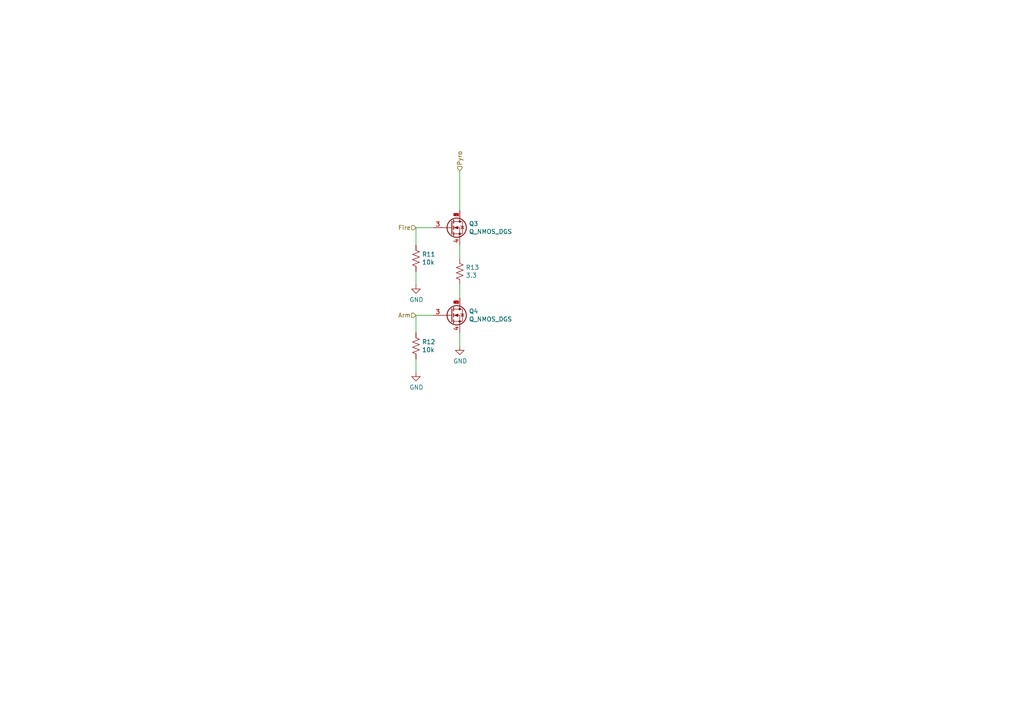
<source format=kicad_sch>
(kicad_sch (version 20211123) (generator eeschema)

  (uuid f6a5c856-f2b5-40eb-a958-b666a0d408a0)

  (paper "A4")

  (lib_symbols
    (symbol "Device:R_US" (pin_numbers hide) (pin_names (offset 0)) (in_bom yes) (on_board yes)
      (property "Reference" "R" (id 0) (at 2.54 0 90)
        (effects (font (size 1.27 1.27)))
      )
      (property "Value" "Device_R_US" (id 1) (at -2.54 0 90)
        (effects (font (size 1.27 1.27)))
      )
      (property "Footprint" "" (id 2) (at 1.016 -0.254 90)
        (effects (font (size 1.27 1.27)) hide)
      )
      (property "Datasheet" "" (id 3) (at 0 0 0)
        (effects (font (size 1.27 1.27)) hide)
      )
      (property "ki_fp_filters" "R_*" (id 4) (at 0 0 0)
        (effects (font (size 1.27 1.27)) hide)
      )
      (symbol "R_US_0_1"
        (polyline
          (pts
            (xy 0 -2.286)
            (xy 0 -2.54)
          )
          (stroke (width 0) (type default) (color 0 0 0 0))
          (fill (type none))
        )
        (polyline
          (pts
            (xy 0 2.286)
            (xy 0 2.54)
          )
          (stroke (width 0) (type default) (color 0 0 0 0))
          (fill (type none))
        )
        (polyline
          (pts
            (xy 0 -0.762)
            (xy 1.016 -1.143)
            (xy 0 -1.524)
            (xy -1.016 -1.905)
            (xy 0 -2.286)
          )
          (stroke (width 0) (type default) (color 0 0 0 0))
          (fill (type none))
        )
        (polyline
          (pts
            (xy 0 0.762)
            (xy 1.016 0.381)
            (xy 0 0)
            (xy -1.016 -0.381)
            (xy 0 -0.762)
          )
          (stroke (width 0) (type default) (color 0 0 0 0))
          (fill (type none))
        )
        (polyline
          (pts
            (xy 0 2.286)
            (xy 1.016 1.905)
            (xy 0 1.524)
            (xy -1.016 1.143)
            (xy 0 0.762)
          )
          (stroke (width 0) (type default) (color 0 0 0 0))
          (fill (type none))
        )
      )
      (symbol "R_US_1_1"
        (pin passive line (at 0 3.81 270) (length 1.27)
          (name "~" (effects (font (size 1.27 1.27))))
          (number "1" (effects (font (size 1.27 1.27))))
        )
        (pin passive line (at 0 -3.81 90) (length 1.27)
          (name "~" (effects (font (size 1.27 1.27))))
          (number "2" (effects (font (size 1.27 1.27))))
        )
      )
    )
    (symbol "Nova-rescue:Q_NMOS_DGS-MOSFET" (pin_names (offset 0) hide) (in_bom yes) (on_board yes)
      (property "Reference" "Q" (id 0) (at 5.08 1.27 0)
        (effects (font (size 1.27 1.27)) (justify left))
      )
      (property "Value" "Nova-rescue_Q_NMOS_DGS-MOSFET" (id 1) (at 5.08 -1.27 0)
        (effects (font (size 1.27 1.27)) (justify left))
      )
      (property "Footprint" "" (id 2) (at 5.08 2.54 0)
        (effects (font (size 1.27 1.27)) hide)
      )
      (property "Datasheet" "" (id 3) (at 0 0 0)
        (effects (font (size 1.27 1.27)) hide)
      )
      (symbol "Q_NMOS_DGS-MOSFET_0_1"
        (polyline
          (pts
            (xy 0.254 0)
            (xy -2.54 0)
          )
          (stroke (width 0) (type default) (color 0 0 0 0))
          (fill (type none))
        )
        (polyline
          (pts
            (xy 0.254 1.905)
            (xy 0.254 -1.905)
          )
          (stroke (width 0.254) (type default) (color 0 0 0 0))
          (fill (type none))
        )
        (polyline
          (pts
            (xy 0.762 -1.27)
            (xy 0.762 -2.286)
          )
          (stroke (width 0.254) (type default) (color 0 0 0 0))
          (fill (type none))
        )
        (polyline
          (pts
            (xy 0.762 0.508)
            (xy 0.762 -0.508)
          )
          (stroke (width 0.254) (type default) (color 0 0 0 0))
          (fill (type none))
        )
        (polyline
          (pts
            (xy 0.762 2.286)
            (xy 0.762 1.27)
          )
          (stroke (width 0.254) (type default) (color 0 0 0 0))
          (fill (type none))
        )
        (polyline
          (pts
            (xy 2.54 2.54)
            (xy 2.54 1.778)
          )
          (stroke (width 0) (type default) (color 0 0 0 0))
          (fill (type none))
        )
        (polyline
          (pts
            (xy 2.54 -2.54)
            (xy 2.54 0)
            (xy 0.762 0)
          )
          (stroke (width 0) (type default) (color 0 0 0 0))
          (fill (type none))
        )
        (polyline
          (pts
            (xy 0.762 -1.778)
            (xy 3.302 -1.778)
            (xy 3.302 1.778)
            (xy 0.762 1.778)
          )
          (stroke (width 0) (type default) (color 0 0 0 0))
          (fill (type none))
        )
        (polyline
          (pts
            (xy 1.016 0)
            (xy 2.032 0.381)
            (xy 2.032 -0.381)
            (xy 1.016 0)
          )
          (stroke (width 0) (type default) (color 0 0 0 0))
          (fill (type outline))
        )
        (polyline
          (pts
            (xy 2.794 0.508)
            (xy 2.921 0.381)
            (xy 3.683 0.381)
            (xy 3.81 0.254)
          )
          (stroke (width 0) (type default) (color 0 0 0 0))
          (fill (type none))
        )
        (polyline
          (pts
            (xy 3.302 0.381)
            (xy 2.921 -0.254)
            (xy 3.683 -0.254)
            (xy 3.302 0.381)
          )
          (stroke (width 0) (type default) (color 0 0 0 0))
          (fill (type none))
        )
        (circle (center 1.651 0) (radius 2.794)
          (stroke (width 0.254) (type default) (color 0 0 0 0))
          (fill (type none))
        )
        (circle (center 2.54 -1.778) (radius 0.254)
          (stroke (width 0) (type default) (color 0 0 0 0))
          (fill (type outline))
        )
        (circle (center 2.54 1.778) (radius 0.254)
          (stroke (width 0) (type default) (color 0 0 0 0))
          (fill (type outline))
        )
      )
      (symbol "Q_NMOS_DGS-MOSFET_1_1"
        (pin passive line (at 2.54 5.08 270) (length 2.54)
          (name "D" (effects (font (size 1.27 1.27))))
          (number "1" (effects (font (size 1.27 1.27))))
        )
        (pin input line (at 2.54 5.08 270) (length 2.54)
          (name "~" (effects (font (size 1.27 1.27))))
          (number "2" (effects (font (size 1.27 1.27))))
        )
        (pin passive line (at -5.08 0 0) (length 2.54)
          (name "S" (effects (font (size 1.27 1.27))))
          (number "3" (effects (font (size 1.27 1.27))))
        )
        (pin input line (at 2.54 -5.08 90) (length 2.54)
          (name "~" (effects (font (size 1.27 1.27))))
          (number "4" (effects (font (size 1.27 1.27))))
        )
        (pin input line (at 2.54 5.08 270) (length 2.54)
          (name "~" (effects (font (size 1.27 1.27))))
          (number "5" (effects (font (size 1.27 1.27))))
        )
        (pin input line (at 2.54 5.08 270) (length 2.54)
          (name "~" (effects (font (size 1.27 1.27))))
          (number "6" (effects (font (size 1.27 1.27))))
        )
      )
    )
    (symbol "power:GND" (power) (pin_names (offset 0)) (in_bom yes) (on_board yes)
      (property "Reference" "#PWR" (id 0) (at 0 -6.35 0)
        (effects (font (size 1.27 1.27)) hide)
      )
      (property "Value" "power_GND" (id 1) (at 0 -3.81 0)
        (effects (font (size 1.27 1.27)))
      )
      (property "Footprint" "" (id 2) (at 0 0 0)
        (effects (font (size 1.27 1.27)) hide)
      )
      (property "Datasheet" "" (id 3) (at 0 0 0)
        (effects (font (size 1.27 1.27)) hide)
      )
      (symbol "GND_0_1"
        (polyline
          (pts
            (xy 0 0)
            (xy 0 -1.27)
            (xy 1.27 -1.27)
            (xy 0 -2.54)
            (xy -1.27 -1.27)
            (xy 0 -1.27)
          )
          (stroke (width 0) (type default) (color 0 0 0 0))
          (fill (type none))
        )
      )
      (symbol "GND_1_1"
        (pin power_in line (at 0 0 270) (length 0) hide
          (name "GND" (effects (font (size 1.27 1.27))))
          (number "1" (effects (font (size 1.27 1.27))))
        )
      )
    )
  )



  (wire (pts (xy 133.35 71.12) (xy 133.35 74.93))
    (stroke (width 0) (type default) (color 0 0 0 0))
    (uuid 08ec951f-e7eb-41cf-9589-697107a98e88)
  )
  (wire (pts (xy 120.65 78.74) (xy 120.65 82.55))
    (stroke (width 0) (type default) (color 0 0 0 0))
    (uuid 2a4111b7-8149-4814-9344-3b8119cd75e4)
  )
  (wire (pts (xy 133.35 82.55) (xy 133.35 86.36))
    (stroke (width 0) (type default) (color 0 0 0 0))
    (uuid 2eea20e6-112c-411a-b615-885ae773135a)
  )
  (wire (pts (xy 133.35 49.53) (xy 133.35 60.96))
    (stroke (width 0) (type default) (color 0 0 0 0))
    (uuid 49a65079-57a9-46fc-8711-1d7f2cab8dbf)
  )
  (wire (pts (xy 133.35 96.52) (xy 133.35 100.33))
    (stroke (width 0) (type default) (color 0 0 0 0))
    (uuid 4e677390-a246-4ca0-954c-746e0870f88f)
  )
  (wire (pts (xy 125.73 66.04) (xy 120.65 66.04))
    (stroke (width 0) (type default) (color 0 0 0 0))
    (uuid 66ca01b3-51ff-4294-9b77-4492e98f6aec)
  )
  (wire (pts (xy 125.73 91.44) (xy 120.65 91.44))
    (stroke (width 0) (type default) (color 0 0 0 0))
    (uuid 9fdca5c2-1fbd-4774-a9c3-8795a40c206d)
  )
  (wire (pts (xy 120.65 91.44) (xy 120.65 96.52))
    (stroke (width 0) (type default) (color 0 0 0 0))
    (uuid a0d52767-051a-423c-a600-928281f27952)
  )
  (wire (pts (xy 120.65 104.14) (xy 120.65 107.95))
    (stroke (width 0) (type default) (color 0 0 0 0))
    (uuid f674b8e7-203d-419e-988a-58e0f9ae4fad)
  )
  (wire (pts (xy 120.65 66.04) (xy 120.65 71.12))
    (stroke (width 0) (type default) (color 0 0 0 0))
    (uuid fb0bf2a0-d317-42f7-b022-b5e05481f6be)
  )

  (hierarchical_label "Pyro" (shape input) (at 133.35 49.53 90)
    (effects (font (size 1.27 1.27)) (justify left))
    (uuid 291935ec-f8ff-41f0-8717-e68b8af7b8c1)
  )
  (hierarchical_label "Fire" (shape input) (at 120.65 66.04 180)
    (effects (font (size 1.27 1.27)) (justify right))
    (uuid 35fb7c56-dc85-43f7-b954-81b8040a8500)
  )
  (hierarchical_label "Arm" (shape input) (at 120.65 91.44 180)
    (effects (font (size 1.27 1.27)) (justify right))
    (uuid 73ee7e03-97a8-4121-b568-c25f3934a935)
  )

  (symbol (lib_id "Nova-rescue:Q_NMOS_DGS-MOSFET") (at 130.81 66.04 0) (unit 1)
    (in_bom yes) (on_board yes)
    (uuid 00000000-0000-0000-0000-000061796f01)
    (property "Reference" "Q3" (id 0) (at 135.9916 64.8716 0)
      (effects (font (size 1.27 1.27)) (justify left))
    )
    (property "Value" "Q_NMOS_DGS" (id 1) (at 135.9916 67.183 0)
      (effects (font (size 1.27 1.27)) (justify left))
    )
    (property "Footprint" "Package_TO_SOT_SMD:SOT-23-6_Handsoldering" (id 2) (at 135.89 63.5 0)
      (effects (font (size 1.27 1.27)) hide)
    )
    (property "Datasheet" "~" (id 3) (at 130.81 66.04 0)
      (effects (font (size 1.27 1.27)) hide)
    )
    (pin "1" (uuid ad2d033c-4040-4813-b5da-82cf827f9d86))
    (pin "2" (uuid 33b48673-c959-4510-b6fa-fd3f7bdb00fd))
    (pin "3" (uuid c78d97f4-1d1b-46c3-bcbb-8424944a8978))
    (pin "4" (uuid 8e5a3783-142f-42f6-a215-d0f81a05c5c0))
    (pin "5" (uuid 1c57f8a5-0a6c-44cd-b514-5b9d5f8cc98b))
    (pin "6" (uuid b7013b78-ce5a-47df-9e6f-e993b6073985))
  )

  (symbol (lib_id "Nova-rescue:Q_NMOS_DGS-MOSFET") (at 130.81 91.44 0) (unit 1)
    (in_bom yes) (on_board yes)
    (uuid 00000000-0000-0000-0000-00006179828b)
    (property "Reference" "Q4" (id 0) (at 135.9916 90.2716 0)
      (effects (font (size 1.27 1.27)) (justify left))
    )
    (property "Value" "Q_NMOS_DGS" (id 1) (at 135.9916 92.583 0)
      (effects (font (size 1.27 1.27)) (justify left))
    )
    (property "Footprint" "Package_TO_SOT_SMD:SOT-23-6_Handsoldering" (id 2) (at 135.89 88.9 0)
      (effects (font (size 1.27 1.27)) hide)
    )
    (property "Datasheet" "~" (id 3) (at 130.81 91.44 0)
      (effects (font (size 1.27 1.27)) hide)
    )
    (pin "1" (uuid 4a56ac62-5ec2-46fc-a86c-9adf2d8fead1))
    (pin "2" (uuid 88a7e34c-57e7-48ce-a358-6866b2c01d90))
    (pin "3" (uuid 2b878984-ad62-40d5-87be-d30f465ae2b3))
    (pin "4" (uuid cce13a3b-854c-49ae-8b19-551eed5c4f96))
    (pin "5" (uuid f5a54919-b960-48fc-8517-e9e32dce0bf0))
    (pin "6" (uuid d22f8c08-7c7a-481b-96ff-cad6b4c95453))
  )

  (symbol (lib_id "Device:R_US") (at 133.35 78.74 0) (unit 1)
    (in_bom yes) (on_board yes)
    (uuid 00000000-0000-0000-0000-000061799fe2)
    (property "Reference" "R13" (id 0) (at 135.0772 77.5716 0)
      (effects (font (size 1.27 1.27)) (justify left))
    )
    (property "Value" "3.3" (id 1) (at 135.0772 79.883 0)
      (effects (font (size 1.27 1.27)) (justify left))
    )
    (property "Footprint" "Resistor_SMD:R_0805_2012Metric_Pad1.15x1.40mm_HandSolder" (id 2) (at 134.366 78.994 90)
      (effects (font (size 1.27 1.27)) hide)
    )
    (property "Datasheet" "~" (id 3) (at 133.35 78.74 0)
      (effects (font (size 1.27 1.27)) hide)
    )
    (pin "1" (uuid 224e8890-cdee-45fd-bd2e-64fe49c2de75))
    (pin "2" (uuid 0c345fc5-964b-48c0-9452-55507c868edc))
  )

  (symbol (lib_id "Device:R_US") (at 120.65 74.93 0) (unit 1)
    (in_bom yes) (on_board yes)
    (uuid 00000000-0000-0000-0000-00006179d8ac)
    (property "Reference" "R11" (id 0) (at 122.3772 73.7616 0)
      (effects (font (size 1.27 1.27)) (justify left))
    )
    (property "Value" "10k" (id 1) (at 122.3772 76.073 0)
      (effects (font (size 1.27 1.27)) (justify left))
    )
    (property "Footprint" "Resistor_SMD:R_0805_2012Metric_Pad1.15x1.40mm_HandSolder" (id 2) (at 121.666 75.184 90)
      (effects (font (size 1.27 1.27)) hide)
    )
    (property "Datasheet" "~" (id 3) (at 120.65 74.93 0)
      (effects (font (size 1.27 1.27)) hide)
    )
    (pin "1" (uuid 133bb99a-82f3-4f77-a20b-451874ac44f4))
    (pin "2" (uuid 78de0256-23a6-42c0-8b5a-1425aa40457a))
  )

  (symbol (lib_id "Device:R_US") (at 120.65 100.33 0) (unit 1)
    (in_bom yes) (on_board yes)
    (uuid 00000000-0000-0000-0000-0000617a1db8)
    (property "Reference" "R12" (id 0) (at 122.3772 99.1616 0)
      (effects (font (size 1.27 1.27)) (justify left))
    )
    (property "Value" "10k" (id 1) (at 122.3772 101.473 0)
      (effects (font (size 1.27 1.27)) (justify left))
    )
    (property "Footprint" "Resistor_SMD:R_0805_2012Metric_Pad1.15x1.40mm_HandSolder" (id 2) (at 121.666 100.584 90)
      (effects (font (size 1.27 1.27)) hide)
    )
    (property "Datasheet" "~" (id 3) (at 120.65 100.33 0)
      (effects (font (size 1.27 1.27)) hide)
    )
    (pin "1" (uuid b6a3e709-356a-4a55-ac00-07ba73afac37))
    (pin "2" (uuid ba3f68df-a80d-4363-9b28-2b49507e87bd))
  )

  (symbol (lib_id "power:GND") (at 120.65 107.95 0) (unit 1)
    (in_bom yes) (on_board yes)
    (uuid 00000000-0000-0000-0000-0000617a1dc0)
    (property "Reference" "#PWR0153" (id 0) (at 120.65 114.3 0)
      (effects (font (size 1.27 1.27)) hide)
    )
    (property "Value" "GND" (id 1) (at 120.777 112.3442 0))
    (property "Footprint" "" (id 2) (at 120.65 107.95 0)
      (effects (font (size 1.27 1.27)) hide)
    )
    (property "Datasheet" "" (id 3) (at 120.65 107.95 0)
      (effects (font (size 1.27 1.27)) hide)
    )
    (pin "1" (uuid 0f6b89db-12ed-4dac-b3ce-819a49798117))
  )

  (symbol (lib_id "power:GND") (at 133.35 100.33 0) (unit 1)
    (in_bom yes) (on_board yes)
    (uuid 00000000-0000-0000-0000-0000617a2e26)
    (property "Reference" "#PWR0154" (id 0) (at 133.35 106.68 0)
      (effects (font (size 1.27 1.27)) hide)
    )
    (property "Value" "GND" (id 1) (at 133.477 104.7242 0))
    (property "Footprint" "" (id 2) (at 133.35 100.33 0)
      (effects (font (size 1.27 1.27)) hide)
    )
    (property "Datasheet" "" (id 3) (at 133.35 100.33 0)
      (effects (font (size 1.27 1.27)) hide)
    )
    (pin "1" (uuid 33b6dbe8-d555-4f35-a63c-27c75fa09ca7))
  )

  (symbol (lib_id "power:GND") (at 120.65 82.55 0) (unit 1)
    (in_bom yes) (on_board yes)
    (uuid 00000000-0000-0000-0000-0000617e0254)
    (property "Reference" "#PWR0152" (id 0) (at 120.65 88.9 0)
      (effects (font (size 1.27 1.27)) hide)
    )
    (property "Value" "GND" (id 1) (at 120.777 86.9442 0))
    (property "Footprint" "" (id 2) (at 120.65 82.55 0)
      (effects (font (size 1.27 1.27)) hide)
    )
    (property "Datasheet" "" (id 3) (at 120.65 82.55 0)
      (effects (font (size 1.27 1.27)) hide)
    )
    (pin "1" (uuid b03cb553-3709-44f5-9a1e-0bd7ca2daf93))
  )
)

</source>
